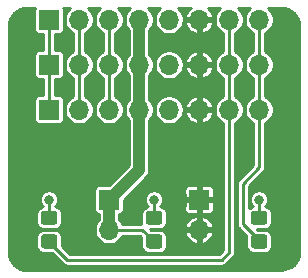
<source format=gbr>
%TF.GenerationSoftware,KiCad,Pcbnew,(5.1.9)-1*%
%TF.CreationDate,2021-05-15T15:00:21+01:00*%
%TF.ProjectId,Amiga A500 Keyboard Connector Breakout,416d6967-6120-4413-9530-30204b657962,rev?*%
%TF.SameCoordinates,Original*%
%TF.FileFunction,Copper,L2,Bot*%
%TF.FilePolarity,Positive*%
%FSLAX46Y46*%
G04 Gerber Fmt 4.6, Leading zero omitted, Abs format (unit mm)*
G04 Created by KiCad (PCBNEW (5.1.9)-1) date 2021-05-15 15:00:21*
%MOMM*%
%LPD*%
G01*
G04 APERTURE LIST*
%TA.AperFunction,ComponentPad*%
%ADD10O,1.700000X1.700000*%
%TD*%
%TA.AperFunction,ComponentPad*%
%ADD11R,1.700000X1.700000*%
%TD*%
%TA.AperFunction,ViaPad*%
%ADD12C,0.800000*%
%TD*%
%TA.AperFunction,Conductor*%
%ADD13C,0.250000*%
%TD*%
%TA.AperFunction,Conductor*%
%ADD14C,1.000000*%
%TD*%
%TA.AperFunction,Conductor*%
%ADD15C,0.254000*%
%TD*%
%TA.AperFunction,Conductor*%
%ADD16C,0.100000*%
%TD*%
G04 APERTURE END LIST*
%TO.P,R3,2*%
%TO.N,Net-(D3-Pad2)*%
%TA.AperFunction,SMDPad,CuDef*%
G36*
G01*
X149040001Y-98660000D02*
X148139999Y-98660000D01*
G75*
G02*
X147890000Y-98410001I0J249999D01*
G01*
X147890000Y-97709999D01*
G75*
G02*
X148139999Y-97460000I249999J0D01*
G01*
X149040001Y-97460000D01*
G75*
G02*
X149290000Y-97709999I0J-249999D01*
G01*
X149290000Y-98410001D01*
G75*
G02*
X149040001Y-98660000I-249999J0D01*
G01*
G37*
%TD.AperFunction*%
%TO.P,R3,1*%
%TO.N,+5V*%
%TA.AperFunction,SMDPad,CuDef*%
G36*
G01*
X149040001Y-100660000D02*
X148139999Y-100660000D01*
G75*
G02*
X147890000Y-100410001I0J249999D01*
G01*
X147890000Y-99709999D01*
G75*
G02*
X148139999Y-99460000I249999J0D01*
G01*
X149040001Y-99460000D01*
G75*
G02*
X149290000Y-99709999I0J-249999D01*
G01*
X149290000Y-100410001D01*
G75*
G02*
X149040001Y-100660000I-249999J0D01*
G01*
G37*
%TD.AperFunction*%
%TD*%
%TO.P,R1,2*%
%TO.N,Net-(D1-Pad2)*%
%TA.AperFunction,SMDPad,CuDef*%
G36*
G01*
X140150001Y-98660000D02*
X139249999Y-98660000D01*
G75*
G02*
X139000000Y-98410001I0J249999D01*
G01*
X139000000Y-97709999D01*
G75*
G02*
X139249999Y-97460000I249999J0D01*
G01*
X140150001Y-97460000D01*
G75*
G02*
X140400000Y-97709999I0J-249999D01*
G01*
X140400000Y-98410001D01*
G75*
G02*
X140150001Y-98660000I-249999J0D01*
G01*
G37*
%TD.AperFunction*%
%TO.P,R1,1*%
%TO.N,STATUS*%
%TA.AperFunction,SMDPad,CuDef*%
G36*
G01*
X140150001Y-100660000D02*
X139249999Y-100660000D01*
G75*
G02*
X139000000Y-100410001I0J249999D01*
G01*
X139000000Y-99709999D01*
G75*
G02*
X139249999Y-99460000I249999J0D01*
G01*
X140150001Y-99460000D01*
G75*
G02*
X140400000Y-99709999I0J-249999D01*
G01*
X140400000Y-100410001D01*
G75*
G02*
X140150001Y-100660000I-249999J0D01*
G01*
G37*
%TD.AperFunction*%
%TD*%
D10*
%TO.P,P2,2*%
%TO.N,GND*%
X152400000Y-99060000D03*
D11*
%TO.P,P2,1*%
X152400000Y-96520000D03*
%TD*%
D10*
%TO.P,P1,2*%
%TO.N,+5V*%
X144780000Y-99060000D03*
D11*
%TO.P,P1,1*%
X144780000Y-96520000D03*
%TD*%
%TO.P,R2,2*%
%TO.N,Net-(D2-Pad2)*%
%TA.AperFunction,SMDPad,CuDef*%
G36*
G01*
X157930001Y-98660000D02*
X157029999Y-98660000D01*
G75*
G02*
X156780000Y-98410001I0J249999D01*
G01*
X156780000Y-97709999D01*
G75*
G02*
X157029999Y-97460000I249999J0D01*
G01*
X157930001Y-97460000D01*
G75*
G02*
X158180000Y-97709999I0J-249999D01*
G01*
X158180000Y-98410001D01*
G75*
G02*
X157930001Y-98660000I-249999J0D01*
G01*
G37*
%TD.AperFunction*%
%TO.P,R2,1*%
%TO.N,INUSE*%
%TA.AperFunction,SMDPad,CuDef*%
G36*
G01*
X157930001Y-100660000D02*
X157029999Y-100660000D01*
G75*
G02*
X156780000Y-100410001I0J249999D01*
G01*
X156780000Y-99709999D01*
G75*
G02*
X157029999Y-99460000I249999J0D01*
G01*
X157930001Y-99460000D01*
G75*
G02*
X158180000Y-99709999I0J-249999D01*
G01*
X158180000Y-100410001D01*
G75*
G02*
X157930001Y-100660000I-249999J0D01*
G01*
G37*
%TD.AperFunction*%
%TD*%
D10*
%TO.P,J3,8*%
%TO.N,INUSE*%
X157480000Y-88900000D03*
%TO.P,J3,7*%
%TO.N,STATUS*%
X154940000Y-88900000D03*
%TO.P,J3,6*%
%TO.N,GND*%
X152400000Y-88900000D03*
%TO.P,J3,5*%
%TO.N,Net-(J3-Pad5)*%
X149860000Y-88900000D03*
%TO.P,J3,4*%
%TO.N,+5V*%
X147320000Y-88900000D03*
%TO.P,J3,3*%
%TO.N,_KBRESET*%
X144780000Y-88900000D03*
%TO.P,J3,2*%
%TO.N,_KBDATA*%
X142240000Y-88900000D03*
D11*
%TO.P,J3,1*%
%TO.N,_KBCLOCK*%
X139700000Y-88900000D03*
%TD*%
D10*
%TO.P,J2,8*%
%TO.N,INUSE*%
X157480000Y-85090000D03*
%TO.P,J2,7*%
%TO.N,STATUS*%
X154940000Y-85090000D03*
%TO.P,J2,6*%
%TO.N,GND*%
X152400000Y-85090000D03*
%TO.P,J2,5*%
%TO.N,Net-(J2-Pad5)*%
X149860000Y-85090000D03*
%TO.P,J2,4*%
%TO.N,+5V*%
X147320000Y-85090000D03*
%TO.P,J2,3*%
%TO.N,_KBRESET*%
X144780000Y-85090000D03*
%TO.P,J2,2*%
%TO.N,_KBDATA*%
X142240000Y-85090000D03*
D11*
%TO.P,J2,1*%
%TO.N,_KBCLOCK*%
X139700000Y-85090000D03*
%TD*%
D10*
%TO.P,J1,8*%
%TO.N,INUSE*%
X157480000Y-81280000D03*
%TO.P,J1,7*%
%TO.N,STATUS*%
X154940000Y-81280000D03*
%TO.P,J1,6*%
%TO.N,GND*%
X152400000Y-81280000D03*
%TO.P,J1,5*%
%TO.N,Net-(J1-Pad5)*%
X149860000Y-81280000D03*
%TO.P,J1,4*%
%TO.N,+5V*%
X147320000Y-81280000D03*
%TO.P,J1,3*%
%TO.N,_KBRESET*%
X144780000Y-81280000D03*
%TO.P,J1,2*%
%TO.N,_KBDATA*%
X142240000Y-81280000D03*
D11*
%TO.P,J1,1*%
%TO.N,_KBCLOCK*%
X139700000Y-81280000D03*
%TD*%
D12*
%TO.N,Net-(D1-Pad2)*%
X139700000Y-96520000D03*
%TO.N,Net-(D2-Pad2)*%
X157480000Y-96520000D03*
%TO.N,Net-(D3-Pad2)*%
X148590000Y-96520006D03*
%TD*%
D13*
%TO.N,INUSE*%
X157480000Y-86360000D02*
X157480000Y-88900000D01*
X157480000Y-82042000D02*
X157480000Y-86360000D01*
X156083000Y-98552000D02*
X157480000Y-99949000D01*
X156083000Y-95175595D02*
X156083000Y-98552000D01*
X157480000Y-93778595D02*
X156083000Y-95175595D01*
X157480000Y-88900000D02*
X157480000Y-93778595D01*
%TO.N,STATUS*%
X154940000Y-86360000D02*
X154940000Y-88900000D01*
X154940000Y-82042000D02*
X154940000Y-86360000D01*
X141224000Y-101600000D02*
X139700000Y-100076000D01*
X154305000Y-101600000D02*
X141224000Y-101600000D01*
X154940000Y-100965000D02*
X154305000Y-101600000D01*
X154940000Y-88900000D02*
X154940000Y-100965000D01*
D14*
%TO.N,+5V*%
X147320000Y-86360000D02*
X147320000Y-88900000D01*
X147320000Y-82042000D02*
X147320000Y-86360000D01*
X147320000Y-89789000D02*
X147320000Y-88900000D01*
X147320000Y-93980000D02*
X147320000Y-89789000D01*
X144780000Y-96520000D02*
X147320000Y-93980000D01*
X144780000Y-99060000D02*
X144780000Y-96520000D01*
D13*
X147590000Y-99060000D02*
X148590000Y-100060000D01*
X144780000Y-99060000D02*
X147590000Y-99060000D01*
%TO.N,_KBRESET*%
X144780000Y-86360000D02*
X144780000Y-88900000D01*
X144780000Y-82042000D02*
X144780000Y-86360000D01*
%TO.N,_KBDATA*%
X142240000Y-86360000D02*
X142240000Y-88900000D01*
X142240000Y-82042000D02*
X142240000Y-86360000D01*
%TO.N,_KBCLOCK*%
X139700000Y-86360000D02*
X139700000Y-88900000D01*
X139700000Y-82042000D02*
X139700000Y-86360000D01*
%TO.N,Net-(D1-Pad2)*%
X139700000Y-98035000D02*
X139700000Y-96520000D01*
%TO.N,Net-(D2-Pad2)*%
X157480000Y-98035000D02*
X157480000Y-96520000D01*
%TO.N,Net-(D3-Pad2)*%
X148590000Y-98060000D02*
X148590000Y-96520006D01*
%TD*%
D15*
%TO.N,GND*%
X138474513Y-80355311D02*
X138467157Y-80430000D01*
X138467157Y-82130000D01*
X138474513Y-82204689D01*
X138496299Y-82276508D01*
X138531678Y-82342696D01*
X138579289Y-82400711D01*
X138637304Y-82448322D01*
X138703492Y-82483701D01*
X138775311Y-82505487D01*
X138850000Y-82512843D01*
X139194000Y-82512843D01*
X139194000Y-83857157D01*
X138850000Y-83857157D01*
X138775311Y-83864513D01*
X138703492Y-83886299D01*
X138637304Y-83921678D01*
X138579289Y-83969289D01*
X138531678Y-84027304D01*
X138496299Y-84093492D01*
X138474513Y-84165311D01*
X138467157Y-84240000D01*
X138467157Y-85940000D01*
X138474513Y-86014689D01*
X138496299Y-86086508D01*
X138531678Y-86152696D01*
X138579289Y-86210711D01*
X138637304Y-86258322D01*
X138703492Y-86293701D01*
X138775311Y-86315487D01*
X138850000Y-86322843D01*
X139194001Y-86322843D01*
X139194001Y-86335137D01*
X139194000Y-86335147D01*
X139194001Y-87667157D01*
X138850000Y-87667157D01*
X138775311Y-87674513D01*
X138703492Y-87696299D01*
X138637304Y-87731678D01*
X138579289Y-87779289D01*
X138531678Y-87837304D01*
X138496299Y-87903492D01*
X138474513Y-87975311D01*
X138467157Y-88050000D01*
X138467157Y-89750000D01*
X138474513Y-89824689D01*
X138496299Y-89896508D01*
X138531678Y-89962696D01*
X138579289Y-90020711D01*
X138637304Y-90068322D01*
X138703492Y-90103701D01*
X138775311Y-90125487D01*
X138850000Y-90132843D01*
X140550000Y-90132843D01*
X140624689Y-90125487D01*
X140696508Y-90103701D01*
X140762696Y-90068322D01*
X140820711Y-90020711D01*
X140868322Y-89962696D01*
X140903701Y-89896508D01*
X140925487Y-89824689D01*
X140932843Y-89750000D01*
X140932843Y-88050000D01*
X140925487Y-87975311D01*
X140903701Y-87903492D01*
X140868322Y-87837304D01*
X140820711Y-87779289D01*
X140762696Y-87731678D01*
X140696508Y-87696299D01*
X140624689Y-87674513D01*
X140550000Y-87667157D01*
X140206000Y-87667157D01*
X140206000Y-86322843D01*
X140550000Y-86322843D01*
X140624689Y-86315487D01*
X140696508Y-86293701D01*
X140762696Y-86258322D01*
X140820711Y-86210711D01*
X140868322Y-86152696D01*
X140903701Y-86086508D01*
X140925487Y-86014689D01*
X140932843Y-85940000D01*
X140932843Y-84240000D01*
X140925487Y-84165311D01*
X140903701Y-84093492D01*
X140868322Y-84027304D01*
X140820711Y-83969289D01*
X140762696Y-83921678D01*
X140696508Y-83886299D01*
X140624689Y-83864513D01*
X140550000Y-83857157D01*
X140206000Y-83857157D01*
X140206000Y-82512843D01*
X140550000Y-82512843D01*
X140624689Y-82505487D01*
X140696508Y-82483701D01*
X140762696Y-82448322D01*
X140820711Y-82400711D01*
X140868322Y-82342696D01*
X140903701Y-82276508D01*
X140925487Y-82204689D01*
X140932843Y-82130000D01*
X140932843Y-80430000D01*
X140925487Y-80355311D01*
X140905372Y-80289000D01*
X141507395Y-80289000D01*
X141455283Y-80323820D01*
X141283820Y-80495283D01*
X141149102Y-80696903D01*
X141056307Y-80920931D01*
X141009000Y-81158757D01*
X141009000Y-81401243D01*
X141056307Y-81639069D01*
X141149102Y-81863097D01*
X141283820Y-82064717D01*
X141455283Y-82236180D01*
X141656903Y-82370898D01*
X141734000Y-82402833D01*
X141734000Y-83967167D01*
X141656903Y-83999102D01*
X141455283Y-84133820D01*
X141283820Y-84305283D01*
X141149102Y-84506903D01*
X141056307Y-84730931D01*
X141009000Y-84968757D01*
X141009000Y-85211243D01*
X141056307Y-85449069D01*
X141149102Y-85673097D01*
X141283820Y-85874717D01*
X141455283Y-86046180D01*
X141656903Y-86180898D01*
X141734001Y-86212833D01*
X141734001Y-86335137D01*
X141734000Y-86335147D01*
X141734001Y-87777167D01*
X141656903Y-87809102D01*
X141455283Y-87943820D01*
X141283820Y-88115283D01*
X141149102Y-88316903D01*
X141056307Y-88540931D01*
X141009000Y-88778757D01*
X141009000Y-89021243D01*
X141056307Y-89259069D01*
X141149102Y-89483097D01*
X141283820Y-89684717D01*
X141455283Y-89856180D01*
X141656903Y-89990898D01*
X141880931Y-90083693D01*
X142118757Y-90131000D01*
X142361243Y-90131000D01*
X142599069Y-90083693D01*
X142823097Y-89990898D01*
X143024717Y-89856180D01*
X143196180Y-89684717D01*
X143330898Y-89483097D01*
X143423693Y-89259069D01*
X143471000Y-89021243D01*
X143471000Y-88778757D01*
X143423693Y-88540931D01*
X143330898Y-88316903D01*
X143196180Y-88115283D01*
X143024717Y-87943820D01*
X142823097Y-87809102D01*
X142746000Y-87777168D01*
X142746000Y-86212832D01*
X142823097Y-86180898D01*
X143024717Y-86046180D01*
X143196180Y-85874717D01*
X143330898Y-85673097D01*
X143423693Y-85449069D01*
X143471000Y-85211243D01*
X143471000Y-84968757D01*
X143423693Y-84730931D01*
X143330898Y-84506903D01*
X143196180Y-84305283D01*
X143024717Y-84133820D01*
X142823097Y-83999102D01*
X142746000Y-83967168D01*
X142746000Y-82402832D01*
X142823097Y-82370898D01*
X143024717Y-82236180D01*
X143196180Y-82064717D01*
X143330898Y-81863097D01*
X143423693Y-81639069D01*
X143471000Y-81401243D01*
X143471000Y-81158757D01*
X143423693Y-80920931D01*
X143330898Y-80696903D01*
X143196180Y-80495283D01*
X143024717Y-80323820D01*
X142972605Y-80289000D01*
X144047395Y-80289000D01*
X143995283Y-80323820D01*
X143823820Y-80495283D01*
X143689102Y-80696903D01*
X143596307Y-80920931D01*
X143549000Y-81158757D01*
X143549000Y-81401243D01*
X143596307Y-81639069D01*
X143689102Y-81863097D01*
X143823820Y-82064717D01*
X143995283Y-82236180D01*
X144196903Y-82370898D01*
X144274000Y-82402833D01*
X144274000Y-83967167D01*
X144196903Y-83999102D01*
X143995283Y-84133820D01*
X143823820Y-84305283D01*
X143689102Y-84506903D01*
X143596307Y-84730931D01*
X143549000Y-84968757D01*
X143549000Y-85211243D01*
X143596307Y-85449069D01*
X143689102Y-85673097D01*
X143823820Y-85874717D01*
X143995283Y-86046180D01*
X144196903Y-86180898D01*
X144274001Y-86212833D01*
X144274001Y-86335137D01*
X144274000Y-86335147D01*
X144274001Y-87777167D01*
X144196903Y-87809102D01*
X143995283Y-87943820D01*
X143823820Y-88115283D01*
X143689102Y-88316903D01*
X143596307Y-88540931D01*
X143549000Y-88778757D01*
X143549000Y-89021243D01*
X143596307Y-89259069D01*
X143689102Y-89483097D01*
X143823820Y-89684717D01*
X143995283Y-89856180D01*
X144196903Y-89990898D01*
X144420931Y-90083693D01*
X144658757Y-90131000D01*
X144901243Y-90131000D01*
X145139069Y-90083693D01*
X145363097Y-89990898D01*
X145564717Y-89856180D01*
X145736180Y-89684717D01*
X145870898Y-89483097D01*
X145963693Y-89259069D01*
X146011000Y-89021243D01*
X146011000Y-88778757D01*
X145963693Y-88540931D01*
X145870898Y-88316903D01*
X145736180Y-88115283D01*
X145564717Y-87943820D01*
X145363097Y-87809102D01*
X145286000Y-87777168D01*
X145286000Y-86212832D01*
X145363097Y-86180898D01*
X145564717Y-86046180D01*
X145736180Y-85874717D01*
X145870898Y-85673097D01*
X145963693Y-85449069D01*
X146011000Y-85211243D01*
X146011000Y-84968757D01*
X145963693Y-84730931D01*
X145870898Y-84506903D01*
X145736180Y-84305283D01*
X145564717Y-84133820D01*
X145363097Y-83999102D01*
X145286000Y-83967168D01*
X145286000Y-82402832D01*
X145363097Y-82370898D01*
X145564717Y-82236180D01*
X145736180Y-82064717D01*
X145870898Y-81863097D01*
X145963693Y-81639069D01*
X146011000Y-81401243D01*
X146011000Y-81158757D01*
X145963693Y-80920931D01*
X145870898Y-80696903D01*
X145736180Y-80495283D01*
X145564717Y-80323820D01*
X145512605Y-80289000D01*
X146587395Y-80289000D01*
X146535283Y-80323820D01*
X146363820Y-80495283D01*
X146229102Y-80696903D01*
X146136307Y-80920931D01*
X146089000Y-81158757D01*
X146089000Y-81401243D01*
X146136307Y-81639069D01*
X146229102Y-81863097D01*
X146363820Y-82064717D01*
X146439000Y-82139897D01*
X146439001Y-84230102D01*
X146363820Y-84305283D01*
X146229102Y-84506903D01*
X146136307Y-84730931D01*
X146089000Y-84968757D01*
X146089000Y-85211243D01*
X146136307Y-85449069D01*
X146229102Y-85673097D01*
X146363820Y-85874717D01*
X146439001Y-85949898D01*
X146439001Y-86316718D01*
X146439000Y-86316728D01*
X146439001Y-88040102D01*
X146363820Y-88115283D01*
X146229102Y-88316903D01*
X146136307Y-88540931D01*
X146089000Y-88778757D01*
X146089000Y-89021243D01*
X146136307Y-89259069D01*
X146229102Y-89483097D01*
X146363820Y-89684717D01*
X146439000Y-89759897D01*
X146439000Y-89832272D01*
X146439001Y-89832282D01*
X146439000Y-93615078D01*
X144766922Y-95287157D01*
X143930000Y-95287157D01*
X143855311Y-95294513D01*
X143783492Y-95316299D01*
X143717304Y-95351678D01*
X143659289Y-95399289D01*
X143611678Y-95457304D01*
X143576299Y-95523492D01*
X143554513Y-95595311D01*
X143547157Y-95670000D01*
X143547157Y-97370000D01*
X143554513Y-97444689D01*
X143576299Y-97516508D01*
X143611678Y-97582696D01*
X143659289Y-97640711D01*
X143717304Y-97688322D01*
X143783492Y-97723701D01*
X143855311Y-97745487D01*
X143899001Y-97749790D01*
X143899000Y-98200103D01*
X143823820Y-98275283D01*
X143689102Y-98476903D01*
X143596307Y-98700931D01*
X143549000Y-98938757D01*
X143549000Y-99181243D01*
X143596307Y-99419069D01*
X143689102Y-99643097D01*
X143823820Y-99844717D01*
X143995283Y-100016180D01*
X144196903Y-100150898D01*
X144420931Y-100243693D01*
X144658757Y-100291000D01*
X144901243Y-100291000D01*
X145139069Y-100243693D01*
X145363097Y-100150898D01*
X145564717Y-100016180D01*
X145736180Y-99844717D01*
X145870898Y-99643097D01*
X145902832Y-99566000D01*
X147380409Y-99566000D01*
X147508704Y-99694295D01*
X147507157Y-99709999D01*
X147507157Y-100410001D01*
X147519317Y-100533462D01*
X147555329Y-100652179D01*
X147613810Y-100761589D01*
X147692512Y-100857488D01*
X147788411Y-100936190D01*
X147897821Y-100994671D01*
X148016538Y-101030683D01*
X148139999Y-101042843D01*
X149040001Y-101042843D01*
X149163462Y-101030683D01*
X149282179Y-100994671D01*
X149391589Y-100936190D01*
X149487488Y-100857488D01*
X149566190Y-100761589D01*
X149624671Y-100652179D01*
X149660683Y-100533462D01*
X149672843Y-100410001D01*
X149672843Y-99709999D01*
X149660683Y-99586538D01*
X149624671Y-99467821D01*
X149576116Y-99376980D01*
X151210511Y-99376980D01*
X151234866Y-99457288D01*
X151334761Y-99676961D01*
X151475592Y-99872924D01*
X151651948Y-100037647D01*
X151857051Y-100164799D01*
X152083019Y-100249495D01*
X152273000Y-100189187D01*
X152273000Y-99187000D01*
X152527000Y-99187000D01*
X152527000Y-100189187D01*
X152716981Y-100249495D01*
X152942949Y-100164799D01*
X153148052Y-100037647D01*
X153324408Y-99872924D01*
X153465239Y-99676961D01*
X153565134Y-99457288D01*
X153589489Y-99376980D01*
X153528627Y-99187000D01*
X152527000Y-99187000D01*
X152273000Y-99187000D01*
X151271373Y-99187000D01*
X151210511Y-99376980D01*
X149576116Y-99376980D01*
X149566190Y-99358411D01*
X149487488Y-99262512D01*
X149391589Y-99183810D01*
X149282179Y-99125329D01*
X149163462Y-99089317D01*
X149040001Y-99077157D01*
X148322748Y-99077157D01*
X148288434Y-99042843D01*
X149040001Y-99042843D01*
X149163462Y-99030683D01*
X149282179Y-98994671D01*
X149391589Y-98936190D01*
X149487488Y-98857488D01*
X149566190Y-98761589D01*
X149576115Y-98743020D01*
X151210511Y-98743020D01*
X151271373Y-98933000D01*
X152273000Y-98933000D01*
X152273000Y-97930813D01*
X152527000Y-97930813D01*
X152527000Y-98933000D01*
X153528627Y-98933000D01*
X153589489Y-98743020D01*
X153565134Y-98662712D01*
X153465239Y-98443039D01*
X153324408Y-98247076D01*
X153148052Y-98082353D01*
X152942949Y-97955201D01*
X152716981Y-97870505D01*
X152527000Y-97930813D01*
X152273000Y-97930813D01*
X152083019Y-97870505D01*
X151857051Y-97955201D01*
X151651948Y-98082353D01*
X151475592Y-98247076D01*
X151334761Y-98443039D01*
X151234866Y-98662712D01*
X151210511Y-98743020D01*
X149576115Y-98743020D01*
X149624671Y-98652179D01*
X149660683Y-98533462D01*
X149672843Y-98410001D01*
X149672843Y-97709999D01*
X149660683Y-97586538D01*
X149624671Y-97467821D01*
X149572385Y-97370000D01*
X151167157Y-97370000D01*
X151174513Y-97444689D01*
X151196299Y-97516508D01*
X151231678Y-97582696D01*
X151279289Y-97640711D01*
X151337304Y-97688322D01*
X151403492Y-97723701D01*
X151475311Y-97745487D01*
X151550000Y-97752843D01*
X152177750Y-97751000D01*
X152273000Y-97655750D01*
X152273000Y-96647000D01*
X152527000Y-96647000D01*
X152527000Y-97655750D01*
X152622250Y-97751000D01*
X153250000Y-97752843D01*
X153324689Y-97745487D01*
X153396508Y-97723701D01*
X153462696Y-97688322D01*
X153520711Y-97640711D01*
X153568322Y-97582696D01*
X153603701Y-97516508D01*
X153625487Y-97444689D01*
X153632843Y-97370000D01*
X153631000Y-96742250D01*
X153535750Y-96647000D01*
X152527000Y-96647000D01*
X152273000Y-96647000D01*
X151264250Y-96647000D01*
X151169000Y-96742250D01*
X151167157Y-97370000D01*
X149572385Y-97370000D01*
X149566190Y-97358411D01*
X149487488Y-97262512D01*
X149391589Y-97183810D01*
X149282179Y-97125329D01*
X149163462Y-97089317D01*
X149128622Y-97085885D01*
X149196642Y-97017865D01*
X149282113Y-96889948D01*
X149340987Y-96747815D01*
X149371000Y-96596928D01*
X149371000Y-96443084D01*
X149340987Y-96292197D01*
X149282113Y-96150064D01*
X149196642Y-96022147D01*
X149087859Y-95913364D01*
X148959942Y-95827893D01*
X148817809Y-95769019D01*
X148666922Y-95739006D01*
X148513078Y-95739006D01*
X148362191Y-95769019D01*
X148220058Y-95827893D01*
X148092141Y-95913364D01*
X147983358Y-96022147D01*
X147897887Y-96150064D01*
X147839013Y-96292197D01*
X147809000Y-96443084D01*
X147809000Y-96596928D01*
X147839013Y-96747815D01*
X147897887Y-96889948D01*
X147983358Y-97017865D01*
X148051378Y-97085885D01*
X148016538Y-97089317D01*
X147897821Y-97125329D01*
X147788411Y-97183810D01*
X147692512Y-97262512D01*
X147613810Y-97358411D01*
X147555329Y-97467821D01*
X147519317Y-97586538D01*
X147507157Y-97709999D01*
X147507157Y-98410001D01*
X147519317Y-98533462D01*
X147525547Y-98554000D01*
X145902832Y-98554000D01*
X145870898Y-98476903D01*
X145736180Y-98275283D01*
X145661000Y-98200103D01*
X145661000Y-97749790D01*
X145704689Y-97745487D01*
X145776508Y-97723701D01*
X145842696Y-97688322D01*
X145900711Y-97640711D01*
X145948322Y-97582696D01*
X145983701Y-97516508D01*
X146005487Y-97444689D01*
X146012843Y-97370000D01*
X146012843Y-96533078D01*
X146875921Y-95670000D01*
X151167157Y-95670000D01*
X151169000Y-96297750D01*
X151264250Y-96393000D01*
X152273000Y-96393000D01*
X152273000Y-95384250D01*
X152527000Y-95384250D01*
X152527000Y-96393000D01*
X153535750Y-96393000D01*
X153631000Y-96297750D01*
X153632843Y-95670000D01*
X153625487Y-95595311D01*
X153603701Y-95523492D01*
X153568322Y-95457304D01*
X153520711Y-95399289D01*
X153462696Y-95351678D01*
X153396508Y-95316299D01*
X153324689Y-95294513D01*
X153250000Y-95287157D01*
X152622250Y-95289000D01*
X152527000Y-95384250D01*
X152273000Y-95384250D01*
X152177750Y-95289000D01*
X151550000Y-95287157D01*
X151475311Y-95294513D01*
X151403492Y-95316299D01*
X151337304Y-95351678D01*
X151279289Y-95399289D01*
X151231678Y-95457304D01*
X151196299Y-95523492D01*
X151174513Y-95595311D01*
X151167157Y-95670000D01*
X146875921Y-95670000D01*
X147912362Y-94633560D01*
X147945975Y-94605975D01*
X148000137Y-94539978D01*
X148056068Y-94471826D01*
X148137874Y-94318776D01*
X148137875Y-94318775D01*
X148188252Y-94152706D01*
X148201000Y-94023273D01*
X148201000Y-94023271D01*
X148205262Y-93980001D01*
X148201000Y-93936731D01*
X148201000Y-89759897D01*
X148276180Y-89684717D01*
X148410898Y-89483097D01*
X148503693Y-89259069D01*
X148551000Y-89021243D01*
X148551000Y-88778757D01*
X148629000Y-88778757D01*
X148629000Y-89021243D01*
X148676307Y-89259069D01*
X148769102Y-89483097D01*
X148903820Y-89684717D01*
X149075283Y-89856180D01*
X149276903Y-89990898D01*
X149500931Y-90083693D01*
X149738757Y-90131000D01*
X149981243Y-90131000D01*
X150219069Y-90083693D01*
X150443097Y-89990898D01*
X150644717Y-89856180D01*
X150816180Y-89684717D01*
X150950898Y-89483097D01*
X151043693Y-89259069D01*
X151052064Y-89216981D01*
X151210505Y-89216981D01*
X151295201Y-89442949D01*
X151422353Y-89648052D01*
X151587076Y-89824408D01*
X151783039Y-89965239D01*
X152002712Y-90065134D01*
X152083020Y-90089489D01*
X152273000Y-90028627D01*
X152273000Y-89027000D01*
X152527000Y-89027000D01*
X152527000Y-90028627D01*
X152716980Y-90089489D01*
X152797288Y-90065134D01*
X153016961Y-89965239D01*
X153212924Y-89824408D01*
X153377647Y-89648052D01*
X153504799Y-89442949D01*
X153589495Y-89216981D01*
X153529187Y-89027000D01*
X152527000Y-89027000D01*
X152273000Y-89027000D01*
X151270813Y-89027000D01*
X151210505Y-89216981D01*
X151052064Y-89216981D01*
X151091000Y-89021243D01*
X151091000Y-88778757D01*
X151052065Y-88583019D01*
X151210505Y-88583019D01*
X151270813Y-88773000D01*
X152273000Y-88773000D01*
X152273000Y-87771373D01*
X152527000Y-87771373D01*
X152527000Y-88773000D01*
X153529187Y-88773000D01*
X153589495Y-88583019D01*
X153504799Y-88357051D01*
X153377647Y-88151948D01*
X153212924Y-87975592D01*
X153016961Y-87834761D01*
X152797288Y-87734866D01*
X152716980Y-87710511D01*
X152527000Y-87771373D01*
X152273000Y-87771373D01*
X152083020Y-87710511D01*
X152002712Y-87734866D01*
X151783039Y-87834761D01*
X151587076Y-87975592D01*
X151422353Y-88151948D01*
X151295201Y-88357051D01*
X151210505Y-88583019D01*
X151052065Y-88583019D01*
X151043693Y-88540931D01*
X150950898Y-88316903D01*
X150816180Y-88115283D01*
X150644717Y-87943820D01*
X150443097Y-87809102D01*
X150219069Y-87716307D01*
X149981243Y-87669000D01*
X149738757Y-87669000D01*
X149500931Y-87716307D01*
X149276903Y-87809102D01*
X149075283Y-87943820D01*
X148903820Y-88115283D01*
X148769102Y-88316903D01*
X148676307Y-88540931D01*
X148629000Y-88778757D01*
X148551000Y-88778757D01*
X148503693Y-88540931D01*
X148410898Y-88316903D01*
X148276180Y-88115283D01*
X148201000Y-88040103D01*
X148201000Y-85949897D01*
X148276180Y-85874717D01*
X148410898Y-85673097D01*
X148503693Y-85449069D01*
X148551000Y-85211243D01*
X148551000Y-84968757D01*
X148629000Y-84968757D01*
X148629000Y-85211243D01*
X148676307Y-85449069D01*
X148769102Y-85673097D01*
X148903820Y-85874717D01*
X149075283Y-86046180D01*
X149276903Y-86180898D01*
X149500931Y-86273693D01*
X149738757Y-86321000D01*
X149981243Y-86321000D01*
X150219069Y-86273693D01*
X150443097Y-86180898D01*
X150644717Y-86046180D01*
X150816180Y-85874717D01*
X150950898Y-85673097D01*
X151043693Y-85449069D01*
X151052064Y-85406981D01*
X151210505Y-85406981D01*
X151295201Y-85632949D01*
X151422353Y-85838052D01*
X151587076Y-86014408D01*
X151783039Y-86155239D01*
X152002712Y-86255134D01*
X152083020Y-86279489D01*
X152273000Y-86218627D01*
X152273000Y-85217000D01*
X152527000Y-85217000D01*
X152527000Y-86218627D01*
X152716980Y-86279489D01*
X152797288Y-86255134D01*
X153016961Y-86155239D01*
X153212924Y-86014408D01*
X153377647Y-85838052D01*
X153504799Y-85632949D01*
X153589495Y-85406981D01*
X153529187Y-85217000D01*
X152527000Y-85217000D01*
X152273000Y-85217000D01*
X151270813Y-85217000D01*
X151210505Y-85406981D01*
X151052064Y-85406981D01*
X151091000Y-85211243D01*
X151091000Y-84968757D01*
X151052065Y-84773019D01*
X151210505Y-84773019D01*
X151270813Y-84963000D01*
X152273000Y-84963000D01*
X152273000Y-83961373D01*
X152527000Y-83961373D01*
X152527000Y-84963000D01*
X153529187Y-84963000D01*
X153589495Y-84773019D01*
X153504799Y-84547051D01*
X153377647Y-84341948D01*
X153212924Y-84165592D01*
X153016961Y-84024761D01*
X152797288Y-83924866D01*
X152716980Y-83900511D01*
X152527000Y-83961373D01*
X152273000Y-83961373D01*
X152083020Y-83900511D01*
X152002712Y-83924866D01*
X151783039Y-84024761D01*
X151587076Y-84165592D01*
X151422353Y-84341948D01*
X151295201Y-84547051D01*
X151210505Y-84773019D01*
X151052065Y-84773019D01*
X151043693Y-84730931D01*
X150950898Y-84506903D01*
X150816180Y-84305283D01*
X150644717Y-84133820D01*
X150443097Y-83999102D01*
X150219069Y-83906307D01*
X149981243Y-83859000D01*
X149738757Y-83859000D01*
X149500931Y-83906307D01*
X149276903Y-83999102D01*
X149075283Y-84133820D01*
X148903820Y-84305283D01*
X148769102Y-84506903D01*
X148676307Y-84730931D01*
X148629000Y-84968757D01*
X148551000Y-84968757D01*
X148503693Y-84730931D01*
X148410898Y-84506903D01*
X148276180Y-84305283D01*
X148201000Y-84230103D01*
X148201000Y-82139897D01*
X148276180Y-82064717D01*
X148410898Y-81863097D01*
X148503693Y-81639069D01*
X148551000Y-81401243D01*
X148551000Y-81158757D01*
X148503693Y-80920931D01*
X148410898Y-80696903D01*
X148276180Y-80495283D01*
X148104717Y-80323820D01*
X148052605Y-80289000D01*
X149127395Y-80289000D01*
X149075283Y-80323820D01*
X148903820Y-80495283D01*
X148769102Y-80696903D01*
X148676307Y-80920931D01*
X148629000Y-81158757D01*
X148629000Y-81401243D01*
X148676307Y-81639069D01*
X148769102Y-81863097D01*
X148903820Y-82064717D01*
X149075283Y-82236180D01*
X149276903Y-82370898D01*
X149500931Y-82463693D01*
X149738757Y-82511000D01*
X149981243Y-82511000D01*
X150219069Y-82463693D01*
X150443097Y-82370898D01*
X150644717Y-82236180D01*
X150816180Y-82064717D01*
X150950898Y-81863097D01*
X151043693Y-81639069D01*
X151052064Y-81596981D01*
X151210505Y-81596981D01*
X151295201Y-81822949D01*
X151422353Y-82028052D01*
X151587076Y-82204408D01*
X151783039Y-82345239D01*
X152002712Y-82445134D01*
X152083020Y-82469489D01*
X152273000Y-82408627D01*
X152273000Y-81407000D01*
X152527000Y-81407000D01*
X152527000Y-82408627D01*
X152716980Y-82469489D01*
X152797288Y-82445134D01*
X153016961Y-82345239D01*
X153212924Y-82204408D01*
X153377647Y-82028052D01*
X153504799Y-81822949D01*
X153589495Y-81596981D01*
X153529187Y-81407000D01*
X152527000Y-81407000D01*
X152273000Y-81407000D01*
X151270813Y-81407000D01*
X151210505Y-81596981D01*
X151052064Y-81596981D01*
X151091000Y-81401243D01*
X151091000Y-81158757D01*
X151043693Y-80920931D01*
X150950898Y-80696903D01*
X150816180Y-80495283D01*
X150644717Y-80323820D01*
X150592605Y-80289000D01*
X151679737Y-80289000D01*
X151587076Y-80355592D01*
X151422353Y-80531948D01*
X151295201Y-80737051D01*
X151210505Y-80963019D01*
X151270813Y-81153000D01*
X152273000Y-81153000D01*
X152273000Y-81133000D01*
X152527000Y-81133000D01*
X152527000Y-81153000D01*
X153529187Y-81153000D01*
X153589495Y-80963019D01*
X153504799Y-80737051D01*
X153377647Y-80531948D01*
X153212924Y-80355592D01*
X153120263Y-80289000D01*
X154207395Y-80289000D01*
X154155283Y-80323820D01*
X153983820Y-80495283D01*
X153849102Y-80696903D01*
X153756307Y-80920931D01*
X153709000Y-81158757D01*
X153709000Y-81401243D01*
X153756307Y-81639069D01*
X153849102Y-81863097D01*
X153983820Y-82064717D01*
X154155283Y-82236180D01*
X154356903Y-82370898D01*
X154434000Y-82402833D01*
X154434000Y-83967167D01*
X154356903Y-83999102D01*
X154155283Y-84133820D01*
X153983820Y-84305283D01*
X153849102Y-84506903D01*
X153756307Y-84730931D01*
X153709000Y-84968757D01*
X153709000Y-85211243D01*
X153756307Y-85449069D01*
X153849102Y-85673097D01*
X153983820Y-85874717D01*
X154155283Y-86046180D01*
X154356903Y-86180898D01*
X154434001Y-86212833D01*
X154434001Y-86335137D01*
X154434000Y-86335147D01*
X154434001Y-87777167D01*
X154356903Y-87809102D01*
X154155283Y-87943820D01*
X153983820Y-88115283D01*
X153849102Y-88316903D01*
X153756307Y-88540931D01*
X153709000Y-88778757D01*
X153709000Y-89021243D01*
X153756307Y-89259069D01*
X153849102Y-89483097D01*
X153983820Y-89684717D01*
X154155283Y-89856180D01*
X154356903Y-89990898D01*
X154434000Y-90022833D01*
X154434001Y-100755407D01*
X154095409Y-101094000D01*
X141433592Y-101094000D01*
X140779862Y-100440270D01*
X140782843Y-100410001D01*
X140782843Y-99709999D01*
X140770683Y-99586538D01*
X140734671Y-99467821D01*
X140676190Y-99358411D01*
X140597488Y-99262512D01*
X140501589Y-99183810D01*
X140392179Y-99125329D01*
X140273462Y-99089317D01*
X140150001Y-99077157D01*
X139249999Y-99077157D01*
X139126538Y-99089317D01*
X139007821Y-99125329D01*
X138898411Y-99183810D01*
X138802512Y-99262512D01*
X138723810Y-99358411D01*
X138665329Y-99467821D01*
X138629317Y-99586538D01*
X138617157Y-99709999D01*
X138617157Y-100410001D01*
X138629317Y-100533462D01*
X138665329Y-100652179D01*
X138723810Y-100761589D01*
X138802512Y-100857488D01*
X138898411Y-100936190D01*
X139007821Y-100994671D01*
X139126538Y-101030683D01*
X139249999Y-101042843D01*
X139951252Y-101042843D01*
X140848628Y-101940220D01*
X140864473Y-101959527D01*
X140941521Y-102022759D01*
X141029425Y-102069745D01*
X141102423Y-102091888D01*
X141124806Y-102098678D01*
X141134694Y-102099652D01*
X141199146Y-102106000D01*
X141199153Y-102106000D01*
X141223999Y-102108447D01*
X141248845Y-102106000D01*
X154280154Y-102106000D01*
X154305000Y-102108447D01*
X154329846Y-102106000D01*
X154329854Y-102106000D01*
X154404193Y-102098678D01*
X154499575Y-102069745D01*
X154587479Y-102022759D01*
X154664527Y-101959527D01*
X154680376Y-101940215D01*
X155280220Y-101340372D01*
X155299527Y-101324527D01*
X155362759Y-101247479D01*
X155409745Y-101159575D01*
X155438678Y-101064193D01*
X155446000Y-100989854D01*
X155448448Y-100965000D01*
X155446000Y-100940146D01*
X155446000Y-90022832D01*
X155523097Y-89990898D01*
X155724717Y-89856180D01*
X155896180Y-89684717D01*
X156030898Y-89483097D01*
X156123693Y-89259069D01*
X156171000Y-89021243D01*
X156171000Y-88778757D01*
X156123693Y-88540931D01*
X156030898Y-88316903D01*
X155896180Y-88115283D01*
X155724717Y-87943820D01*
X155523097Y-87809102D01*
X155446000Y-87777168D01*
X155446000Y-86212832D01*
X155523097Y-86180898D01*
X155724717Y-86046180D01*
X155896180Y-85874717D01*
X156030898Y-85673097D01*
X156123693Y-85449069D01*
X156171000Y-85211243D01*
X156171000Y-84968757D01*
X156123693Y-84730931D01*
X156030898Y-84506903D01*
X155896180Y-84305283D01*
X155724717Y-84133820D01*
X155523097Y-83999102D01*
X155446000Y-83967168D01*
X155446000Y-82402832D01*
X155523097Y-82370898D01*
X155724717Y-82236180D01*
X155896180Y-82064717D01*
X156030898Y-81863097D01*
X156123693Y-81639069D01*
X156171000Y-81401243D01*
X156171000Y-81158757D01*
X156123693Y-80920931D01*
X156030898Y-80696903D01*
X155896180Y-80495283D01*
X155724717Y-80323820D01*
X155672605Y-80289000D01*
X156747395Y-80289000D01*
X156695283Y-80323820D01*
X156523820Y-80495283D01*
X156389102Y-80696903D01*
X156296307Y-80920931D01*
X156249000Y-81158757D01*
X156249000Y-81401243D01*
X156296307Y-81639069D01*
X156389102Y-81863097D01*
X156523820Y-82064717D01*
X156695283Y-82236180D01*
X156896903Y-82370898D01*
X156974000Y-82402833D01*
X156974000Y-83967167D01*
X156896903Y-83999102D01*
X156695283Y-84133820D01*
X156523820Y-84305283D01*
X156389102Y-84506903D01*
X156296307Y-84730931D01*
X156249000Y-84968757D01*
X156249000Y-85211243D01*
X156296307Y-85449069D01*
X156389102Y-85673097D01*
X156523820Y-85874717D01*
X156695283Y-86046180D01*
X156896903Y-86180898D01*
X156974001Y-86212833D01*
X156974001Y-86335137D01*
X156974000Y-86335147D01*
X156974001Y-87777167D01*
X156896903Y-87809102D01*
X156695283Y-87943820D01*
X156523820Y-88115283D01*
X156389102Y-88316903D01*
X156296307Y-88540931D01*
X156249000Y-88778757D01*
X156249000Y-89021243D01*
X156296307Y-89259069D01*
X156389102Y-89483097D01*
X156523820Y-89684717D01*
X156695283Y-89856180D01*
X156896903Y-89990898D01*
X156974000Y-90022833D01*
X156974001Y-93569002D01*
X155742785Y-94800219D01*
X155723473Y-94816068D01*
X155660241Y-94893116D01*
X155613255Y-94981021D01*
X155584322Y-95076403D01*
X155577000Y-95150742D01*
X155577000Y-95150749D01*
X155574553Y-95175595D01*
X155577000Y-95200441D01*
X155577001Y-98527144D01*
X155574553Y-98552000D01*
X155584322Y-98651192D01*
X155613255Y-98746574D01*
X155613256Y-98746575D01*
X155660242Y-98834479D01*
X155723474Y-98911527D01*
X155742780Y-98927372D01*
X156408656Y-99593248D01*
X156397157Y-99709999D01*
X156397157Y-100410001D01*
X156409317Y-100533462D01*
X156445329Y-100652179D01*
X156503810Y-100761589D01*
X156582512Y-100857488D01*
X156678411Y-100936190D01*
X156787821Y-100994671D01*
X156906538Y-101030683D01*
X157029999Y-101042843D01*
X157930001Y-101042843D01*
X158053462Y-101030683D01*
X158172179Y-100994671D01*
X158281589Y-100936190D01*
X158377488Y-100857488D01*
X158456190Y-100761589D01*
X158514671Y-100652179D01*
X158550683Y-100533462D01*
X158562843Y-100410001D01*
X158562843Y-99709999D01*
X158550683Y-99586538D01*
X158514671Y-99467821D01*
X158456190Y-99358411D01*
X158377488Y-99262512D01*
X158281589Y-99183810D01*
X158172179Y-99125329D01*
X158053462Y-99089317D01*
X157930001Y-99077157D01*
X157323749Y-99077157D01*
X157289435Y-99042843D01*
X157930001Y-99042843D01*
X158053462Y-99030683D01*
X158172179Y-98994671D01*
X158281589Y-98936190D01*
X158377488Y-98857488D01*
X158456190Y-98761589D01*
X158514671Y-98652179D01*
X158550683Y-98533462D01*
X158562843Y-98410001D01*
X158562843Y-97709999D01*
X158550683Y-97586538D01*
X158514671Y-97467821D01*
X158456190Y-97358411D01*
X158377488Y-97262512D01*
X158281589Y-97183810D01*
X158172179Y-97125329D01*
X158053462Y-97089317D01*
X158018616Y-97085885D01*
X158086642Y-97017859D01*
X158172113Y-96889942D01*
X158230987Y-96747809D01*
X158261000Y-96596922D01*
X158261000Y-96443078D01*
X158230987Y-96292191D01*
X158172113Y-96150058D01*
X158086642Y-96022141D01*
X157977859Y-95913358D01*
X157849942Y-95827887D01*
X157707809Y-95769013D01*
X157556922Y-95739000D01*
X157403078Y-95739000D01*
X157252191Y-95769013D01*
X157110058Y-95827887D01*
X156982141Y-95913358D01*
X156873358Y-96022141D01*
X156787887Y-96150058D01*
X156729013Y-96292191D01*
X156699000Y-96443078D01*
X156699000Y-96596922D01*
X156729013Y-96747809D01*
X156787887Y-96889942D01*
X156873358Y-97017859D01*
X156941384Y-97085885D01*
X156906538Y-97089317D01*
X156787821Y-97125329D01*
X156678411Y-97183810D01*
X156589000Y-97257187D01*
X156589000Y-95385186D01*
X157820220Y-94153967D01*
X157839527Y-94138122D01*
X157902759Y-94061074D01*
X157949745Y-93973170D01*
X157978678Y-93877788D01*
X157986000Y-93803449D01*
X157986000Y-93803442D01*
X157988447Y-93778596D01*
X157986000Y-93753750D01*
X157986000Y-90022832D01*
X158063097Y-89990898D01*
X158264717Y-89856180D01*
X158436180Y-89684717D01*
X158570898Y-89483097D01*
X158663693Y-89259069D01*
X158711000Y-89021243D01*
X158711000Y-88778757D01*
X158663693Y-88540931D01*
X158570898Y-88316903D01*
X158436180Y-88115283D01*
X158264717Y-87943820D01*
X158063097Y-87809102D01*
X157986000Y-87777168D01*
X157986000Y-86212832D01*
X158063097Y-86180898D01*
X158264717Y-86046180D01*
X158436180Y-85874717D01*
X158570898Y-85673097D01*
X158663693Y-85449069D01*
X158711000Y-85211243D01*
X158711000Y-84968757D01*
X158663693Y-84730931D01*
X158570898Y-84506903D01*
X158436180Y-84305283D01*
X158264717Y-84133820D01*
X158063097Y-83999102D01*
X157986000Y-83967168D01*
X157986000Y-82402832D01*
X158063097Y-82370898D01*
X158264717Y-82236180D01*
X158436180Y-82064717D01*
X158570898Y-81863097D01*
X158663693Y-81639069D01*
X158711000Y-81401243D01*
X158711000Y-81158757D01*
X158663693Y-80920931D01*
X158570898Y-80696903D01*
X158436180Y-80495283D01*
X158264717Y-80323820D01*
X158212605Y-80289000D01*
X159365147Y-80289000D01*
X159675776Y-80319457D01*
X159955481Y-80403905D01*
X160213458Y-80541074D01*
X160439875Y-80725735D01*
X160626111Y-80950856D01*
X160765078Y-81207870D01*
X160851476Y-81486976D01*
X160884000Y-81796418D01*
X160884001Y-100945137D01*
X160853543Y-101255775D01*
X160769094Y-101535484D01*
X160631926Y-101793458D01*
X160447267Y-102019873D01*
X160222141Y-102206114D01*
X159965130Y-102345078D01*
X159686024Y-102431476D01*
X159376582Y-102464000D01*
X137814853Y-102464000D01*
X137504225Y-102433543D01*
X137224516Y-102349094D01*
X136966542Y-102211926D01*
X136740127Y-102027267D01*
X136553886Y-101802141D01*
X136414922Y-101545130D01*
X136328524Y-101266024D01*
X136296000Y-100956582D01*
X136296000Y-97709999D01*
X138617157Y-97709999D01*
X138617157Y-98410001D01*
X138629317Y-98533462D01*
X138665329Y-98652179D01*
X138723810Y-98761589D01*
X138802512Y-98857488D01*
X138898411Y-98936190D01*
X139007821Y-98994671D01*
X139126538Y-99030683D01*
X139249999Y-99042843D01*
X140150001Y-99042843D01*
X140273462Y-99030683D01*
X140392179Y-98994671D01*
X140501589Y-98936190D01*
X140597488Y-98857488D01*
X140676190Y-98761589D01*
X140734671Y-98652179D01*
X140770683Y-98533462D01*
X140782843Y-98410001D01*
X140782843Y-97709999D01*
X140770683Y-97586538D01*
X140734671Y-97467821D01*
X140676190Y-97358411D01*
X140597488Y-97262512D01*
X140501589Y-97183810D01*
X140392179Y-97125329D01*
X140273462Y-97089317D01*
X140238616Y-97085885D01*
X140306642Y-97017859D01*
X140392113Y-96889942D01*
X140450987Y-96747809D01*
X140481000Y-96596922D01*
X140481000Y-96443078D01*
X140450987Y-96292191D01*
X140392113Y-96150058D01*
X140306642Y-96022141D01*
X140197859Y-95913358D01*
X140069942Y-95827887D01*
X139927809Y-95769013D01*
X139776922Y-95739000D01*
X139623078Y-95739000D01*
X139472191Y-95769013D01*
X139330058Y-95827887D01*
X139202141Y-95913358D01*
X139093358Y-96022141D01*
X139007887Y-96150058D01*
X138949013Y-96292191D01*
X138919000Y-96443078D01*
X138919000Y-96596922D01*
X138949013Y-96747809D01*
X139007887Y-96889942D01*
X139093358Y-97017859D01*
X139161384Y-97085885D01*
X139126538Y-97089317D01*
X139007821Y-97125329D01*
X138898411Y-97183810D01*
X138802512Y-97262512D01*
X138723810Y-97358411D01*
X138665329Y-97467821D01*
X138629317Y-97586538D01*
X138617157Y-97709999D01*
X136296000Y-97709999D01*
X136296000Y-81807853D01*
X136326457Y-81497224D01*
X136410905Y-81217519D01*
X136548074Y-80959542D01*
X136732735Y-80733125D01*
X136957856Y-80546889D01*
X137214870Y-80407922D01*
X137493976Y-80321524D01*
X137803418Y-80289000D01*
X138494628Y-80289000D01*
X138474513Y-80355311D01*
%TA.AperFunction,Conductor*%
D16*
G36*
X138474513Y-80355311D02*
G01*
X138467157Y-80430000D01*
X138467157Y-82130000D01*
X138474513Y-82204689D01*
X138496299Y-82276508D01*
X138531678Y-82342696D01*
X138579289Y-82400711D01*
X138637304Y-82448322D01*
X138703492Y-82483701D01*
X138775311Y-82505487D01*
X138850000Y-82512843D01*
X139194000Y-82512843D01*
X139194000Y-83857157D01*
X138850000Y-83857157D01*
X138775311Y-83864513D01*
X138703492Y-83886299D01*
X138637304Y-83921678D01*
X138579289Y-83969289D01*
X138531678Y-84027304D01*
X138496299Y-84093492D01*
X138474513Y-84165311D01*
X138467157Y-84240000D01*
X138467157Y-85940000D01*
X138474513Y-86014689D01*
X138496299Y-86086508D01*
X138531678Y-86152696D01*
X138579289Y-86210711D01*
X138637304Y-86258322D01*
X138703492Y-86293701D01*
X138775311Y-86315487D01*
X138850000Y-86322843D01*
X139194001Y-86322843D01*
X139194001Y-86335137D01*
X139194000Y-86335147D01*
X139194001Y-87667157D01*
X138850000Y-87667157D01*
X138775311Y-87674513D01*
X138703492Y-87696299D01*
X138637304Y-87731678D01*
X138579289Y-87779289D01*
X138531678Y-87837304D01*
X138496299Y-87903492D01*
X138474513Y-87975311D01*
X138467157Y-88050000D01*
X138467157Y-89750000D01*
X138474513Y-89824689D01*
X138496299Y-89896508D01*
X138531678Y-89962696D01*
X138579289Y-90020711D01*
X138637304Y-90068322D01*
X138703492Y-90103701D01*
X138775311Y-90125487D01*
X138850000Y-90132843D01*
X140550000Y-90132843D01*
X140624689Y-90125487D01*
X140696508Y-90103701D01*
X140762696Y-90068322D01*
X140820711Y-90020711D01*
X140868322Y-89962696D01*
X140903701Y-89896508D01*
X140925487Y-89824689D01*
X140932843Y-89750000D01*
X140932843Y-88050000D01*
X140925487Y-87975311D01*
X140903701Y-87903492D01*
X140868322Y-87837304D01*
X140820711Y-87779289D01*
X140762696Y-87731678D01*
X140696508Y-87696299D01*
X140624689Y-87674513D01*
X140550000Y-87667157D01*
X140206000Y-87667157D01*
X140206000Y-86322843D01*
X140550000Y-86322843D01*
X140624689Y-86315487D01*
X140696508Y-86293701D01*
X140762696Y-86258322D01*
X140820711Y-86210711D01*
X140868322Y-86152696D01*
X140903701Y-86086508D01*
X140925487Y-86014689D01*
X140932843Y-85940000D01*
X140932843Y-84240000D01*
X140925487Y-84165311D01*
X140903701Y-84093492D01*
X140868322Y-84027304D01*
X140820711Y-83969289D01*
X140762696Y-83921678D01*
X140696508Y-83886299D01*
X140624689Y-83864513D01*
X140550000Y-83857157D01*
X140206000Y-83857157D01*
X140206000Y-82512843D01*
X140550000Y-82512843D01*
X140624689Y-82505487D01*
X140696508Y-82483701D01*
X140762696Y-82448322D01*
X140820711Y-82400711D01*
X140868322Y-82342696D01*
X140903701Y-82276508D01*
X140925487Y-82204689D01*
X140932843Y-82130000D01*
X140932843Y-80430000D01*
X140925487Y-80355311D01*
X140905372Y-80289000D01*
X141507395Y-80289000D01*
X141455283Y-80323820D01*
X141283820Y-80495283D01*
X141149102Y-80696903D01*
X141056307Y-80920931D01*
X141009000Y-81158757D01*
X141009000Y-81401243D01*
X141056307Y-81639069D01*
X141149102Y-81863097D01*
X141283820Y-82064717D01*
X141455283Y-82236180D01*
X141656903Y-82370898D01*
X141734000Y-82402833D01*
X141734000Y-83967167D01*
X141656903Y-83999102D01*
X141455283Y-84133820D01*
X141283820Y-84305283D01*
X141149102Y-84506903D01*
X141056307Y-84730931D01*
X141009000Y-84968757D01*
X141009000Y-85211243D01*
X141056307Y-85449069D01*
X141149102Y-85673097D01*
X141283820Y-85874717D01*
X141455283Y-86046180D01*
X141656903Y-86180898D01*
X141734001Y-86212833D01*
X141734001Y-86335137D01*
X141734000Y-86335147D01*
X141734001Y-87777167D01*
X141656903Y-87809102D01*
X141455283Y-87943820D01*
X141283820Y-88115283D01*
X141149102Y-88316903D01*
X141056307Y-88540931D01*
X141009000Y-88778757D01*
X141009000Y-89021243D01*
X141056307Y-89259069D01*
X141149102Y-89483097D01*
X141283820Y-89684717D01*
X141455283Y-89856180D01*
X141656903Y-89990898D01*
X141880931Y-90083693D01*
X142118757Y-90131000D01*
X142361243Y-90131000D01*
X142599069Y-90083693D01*
X142823097Y-89990898D01*
X143024717Y-89856180D01*
X143196180Y-89684717D01*
X143330898Y-89483097D01*
X143423693Y-89259069D01*
X143471000Y-89021243D01*
X143471000Y-88778757D01*
X143423693Y-88540931D01*
X143330898Y-88316903D01*
X143196180Y-88115283D01*
X143024717Y-87943820D01*
X142823097Y-87809102D01*
X142746000Y-87777168D01*
X142746000Y-86212832D01*
X142823097Y-86180898D01*
X143024717Y-86046180D01*
X143196180Y-85874717D01*
X143330898Y-85673097D01*
X143423693Y-85449069D01*
X143471000Y-85211243D01*
X143471000Y-84968757D01*
X143423693Y-84730931D01*
X143330898Y-84506903D01*
X143196180Y-84305283D01*
X143024717Y-84133820D01*
X142823097Y-83999102D01*
X142746000Y-83967168D01*
X142746000Y-82402832D01*
X142823097Y-82370898D01*
X143024717Y-82236180D01*
X143196180Y-82064717D01*
X143330898Y-81863097D01*
X143423693Y-81639069D01*
X143471000Y-81401243D01*
X143471000Y-81158757D01*
X143423693Y-80920931D01*
X143330898Y-80696903D01*
X143196180Y-80495283D01*
X143024717Y-80323820D01*
X142972605Y-80289000D01*
X144047395Y-80289000D01*
X143995283Y-80323820D01*
X143823820Y-80495283D01*
X143689102Y-80696903D01*
X143596307Y-80920931D01*
X143549000Y-81158757D01*
X143549000Y-81401243D01*
X143596307Y-81639069D01*
X143689102Y-81863097D01*
X143823820Y-82064717D01*
X143995283Y-82236180D01*
X144196903Y-82370898D01*
X144274000Y-82402833D01*
X144274000Y-83967167D01*
X144196903Y-83999102D01*
X143995283Y-84133820D01*
X143823820Y-84305283D01*
X143689102Y-84506903D01*
X143596307Y-84730931D01*
X143549000Y-84968757D01*
X143549000Y-85211243D01*
X143596307Y-85449069D01*
X143689102Y-85673097D01*
X143823820Y-85874717D01*
X143995283Y-86046180D01*
X144196903Y-86180898D01*
X144274001Y-86212833D01*
X144274001Y-86335137D01*
X144274000Y-86335147D01*
X144274001Y-87777167D01*
X144196903Y-87809102D01*
X143995283Y-87943820D01*
X143823820Y-88115283D01*
X143689102Y-88316903D01*
X143596307Y-88540931D01*
X143549000Y-88778757D01*
X143549000Y-89021243D01*
X143596307Y-89259069D01*
X143689102Y-89483097D01*
X143823820Y-89684717D01*
X143995283Y-89856180D01*
X144196903Y-89990898D01*
X144420931Y-90083693D01*
X144658757Y-90131000D01*
X144901243Y-90131000D01*
X145139069Y-90083693D01*
X145363097Y-89990898D01*
X145564717Y-89856180D01*
X145736180Y-89684717D01*
X145870898Y-89483097D01*
X145963693Y-89259069D01*
X146011000Y-89021243D01*
X146011000Y-88778757D01*
X145963693Y-88540931D01*
X145870898Y-88316903D01*
X145736180Y-88115283D01*
X145564717Y-87943820D01*
X145363097Y-87809102D01*
X145286000Y-87777168D01*
X145286000Y-86212832D01*
X145363097Y-86180898D01*
X145564717Y-86046180D01*
X145736180Y-85874717D01*
X145870898Y-85673097D01*
X145963693Y-85449069D01*
X146011000Y-85211243D01*
X146011000Y-84968757D01*
X145963693Y-84730931D01*
X145870898Y-84506903D01*
X145736180Y-84305283D01*
X145564717Y-84133820D01*
X145363097Y-83999102D01*
X145286000Y-83967168D01*
X145286000Y-82402832D01*
X145363097Y-82370898D01*
X145564717Y-82236180D01*
X145736180Y-82064717D01*
X145870898Y-81863097D01*
X145963693Y-81639069D01*
X146011000Y-81401243D01*
X146011000Y-81158757D01*
X145963693Y-80920931D01*
X145870898Y-80696903D01*
X145736180Y-80495283D01*
X145564717Y-80323820D01*
X145512605Y-80289000D01*
X146587395Y-80289000D01*
X146535283Y-80323820D01*
X146363820Y-80495283D01*
X146229102Y-80696903D01*
X146136307Y-80920931D01*
X146089000Y-81158757D01*
X146089000Y-81401243D01*
X146136307Y-81639069D01*
X146229102Y-81863097D01*
X146363820Y-82064717D01*
X146439000Y-82139897D01*
X146439001Y-84230102D01*
X146363820Y-84305283D01*
X146229102Y-84506903D01*
X146136307Y-84730931D01*
X146089000Y-84968757D01*
X146089000Y-85211243D01*
X146136307Y-85449069D01*
X146229102Y-85673097D01*
X146363820Y-85874717D01*
X146439001Y-85949898D01*
X146439001Y-86316718D01*
X146439000Y-86316728D01*
X146439001Y-88040102D01*
X146363820Y-88115283D01*
X146229102Y-88316903D01*
X146136307Y-88540931D01*
X146089000Y-88778757D01*
X146089000Y-89021243D01*
X146136307Y-89259069D01*
X146229102Y-89483097D01*
X146363820Y-89684717D01*
X146439000Y-89759897D01*
X146439000Y-89832272D01*
X146439001Y-89832282D01*
X146439000Y-93615078D01*
X144766922Y-95287157D01*
X143930000Y-95287157D01*
X143855311Y-95294513D01*
X143783492Y-95316299D01*
X143717304Y-95351678D01*
X143659289Y-95399289D01*
X143611678Y-95457304D01*
X143576299Y-95523492D01*
X143554513Y-95595311D01*
X143547157Y-95670000D01*
X143547157Y-97370000D01*
X143554513Y-97444689D01*
X143576299Y-97516508D01*
X143611678Y-97582696D01*
X143659289Y-97640711D01*
X143717304Y-97688322D01*
X143783492Y-97723701D01*
X143855311Y-97745487D01*
X143899001Y-97749790D01*
X143899000Y-98200103D01*
X143823820Y-98275283D01*
X143689102Y-98476903D01*
X143596307Y-98700931D01*
X143549000Y-98938757D01*
X143549000Y-99181243D01*
X143596307Y-99419069D01*
X143689102Y-99643097D01*
X143823820Y-99844717D01*
X143995283Y-100016180D01*
X144196903Y-100150898D01*
X144420931Y-100243693D01*
X144658757Y-100291000D01*
X144901243Y-100291000D01*
X145139069Y-100243693D01*
X145363097Y-100150898D01*
X145564717Y-100016180D01*
X145736180Y-99844717D01*
X145870898Y-99643097D01*
X145902832Y-99566000D01*
X147380409Y-99566000D01*
X147508704Y-99694295D01*
X147507157Y-99709999D01*
X147507157Y-100410001D01*
X147519317Y-100533462D01*
X147555329Y-100652179D01*
X147613810Y-100761589D01*
X147692512Y-100857488D01*
X147788411Y-100936190D01*
X147897821Y-100994671D01*
X148016538Y-101030683D01*
X148139999Y-101042843D01*
X149040001Y-101042843D01*
X149163462Y-101030683D01*
X149282179Y-100994671D01*
X149391589Y-100936190D01*
X149487488Y-100857488D01*
X149566190Y-100761589D01*
X149624671Y-100652179D01*
X149660683Y-100533462D01*
X149672843Y-100410001D01*
X149672843Y-99709999D01*
X149660683Y-99586538D01*
X149624671Y-99467821D01*
X149576116Y-99376980D01*
X151210511Y-99376980D01*
X151234866Y-99457288D01*
X151334761Y-99676961D01*
X151475592Y-99872924D01*
X151651948Y-100037647D01*
X151857051Y-100164799D01*
X152083019Y-100249495D01*
X152273000Y-100189187D01*
X152273000Y-99187000D01*
X152527000Y-99187000D01*
X152527000Y-100189187D01*
X152716981Y-100249495D01*
X152942949Y-100164799D01*
X153148052Y-100037647D01*
X153324408Y-99872924D01*
X153465239Y-99676961D01*
X153565134Y-99457288D01*
X153589489Y-99376980D01*
X153528627Y-99187000D01*
X152527000Y-99187000D01*
X152273000Y-99187000D01*
X151271373Y-99187000D01*
X151210511Y-99376980D01*
X149576116Y-99376980D01*
X149566190Y-99358411D01*
X149487488Y-99262512D01*
X149391589Y-99183810D01*
X149282179Y-99125329D01*
X149163462Y-99089317D01*
X149040001Y-99077157D01*
X148322748Y-99077157D01*
X148288434Y-99042843D01*
X149040001Y-99042843D01*
X149163462Y-99030683D01*
X149282179Y-98994671D01*
X149391589Y-98936190D01*
X149487488Y-98857488D01*
X149566190Y-98761589D01*
X149576115Y-98743020D01*
X151210511Y-98743020D01*
X151271373Y-98933000D01*
X152273000Y-98933000D01*
X152273000Y-97930813D01*
X152527000Y-97930813D01*
X152527000Y-98933000D01*
X153528627Y-98933000D01*
X153589489Y-98743020D01*
X153565134Y-98662712D01*
X153465239Y-98443039D01*
X153324408Y-98247076D01*
X153148052Y-98082353D01*
X152942949Y-97955201D01*
X152716981Y-97870505D01*
X152527000Y-97930813D01*
X152273000Y-97930813D01*
X152083019Y-97870505D01*
X151857051Y-97955201D01*
X151651948Y-98082353D01*
X151475592Y-98247076D01*
X151334761Y-98443039D01*
X151234866Y-98662712D01*
X151210511Y-98743020D01*
X149576115Y-98743020D01*
X149624671Y-98652179D01*
X149660683Y-98533462D01*
X149672843Y-98410001D01*
X149672843Y-97709999D01*
X149660683Y-97586538D01*
X149624671Y-97467821D01*
X149572385Y-97370000D01*
X151167157Y-97370000D01*
X151174513Y-97444689D01*
X151196299Y-97516508D01*
X151231678Y-97582696D01*
X151279289Y-97640711D01*
X151337304Y-97688322D01*
X151403492Y-97723701D01*
X151475311Y-97745487D01*
X151550000Y-97752843D01*
X152177750Y-97751000D01*
X152273000Y-97655750D01*
X152273000Y-96647000D01*
X152527000Y-96647000D01*
X152527000Y-97655750D01*
X152622250Y-97751000D01*
X153250000Y-97752843D01*
X153324689Y-97745487D01*
X153396508Y-97723701D01*
X153462696Y-97688322D01*
X153520711Y-97640711D01*
X153568322Y-97582696D01*
X153603701Y-97516508D01*
X153625487Y-97444689D01*
X153632843Y-97370000D01*
X153631000Y-96742250D01*
X153535750Y-96647000D01*
X152527000Y-96647000D01*
X152273000Y-96647000D01*
X151264250Y-96647000D01*
X151169000Y-96742250D01*
X151167157Y-97370000D01*
X149572385Y-97370000D01*
X149566190Y-97358411D01*
X149487488Y-97262512D01*
X149391589Y-97183810D01*
X149282179Y-97125329D01*
X149163462Y-97089317D01*
X149128622Y-97085885D01*
X149196642Y-97017865D01*
X149282113Y-96889948D01*
X149340987Y-96747815D01*
X149371000Y-96596928D01*
X149371000Y-96443084D01*
X149340987Y-96292197D01*
X149282113Y-96150064D01*
X149196642Y-96022147D01*
X149087859Y-95913364D01*
X148959942Y-95827893D01*
X148817809Y-95769019D01*
X148666922Y-95739006D01*
X148513078Y-95739006D01*
X148362191Y-95769019D01*
X148220058Y-95827893D01*
X148092141Y-95913364D01*
X147983358Y-96022147D01*
X147897887Y-96150064D01*
X147839013Y-96292197D01*
X147809000Y-96443084D01*
X147809000Y-96596928D01*
X147839013Y-96747815D01*
X147897887Y-96889948D01*
X147983358Y-97017865D01*
X148051378Y-97085885D01*
X148016538Y-97089317D01*
X147897821Y-97125329D01*
X147788411Y-97183810D01*
X147692512Y-97262512D01*
X147613810Y-97358411D01*
X147555329Y-97467821D01*
X147519317Y-97586538D01*
X147507157Y-97709999D01*
X147507157Y-98410001D01*
X147519317Y-98533462D01*
X147525547Y-98554000D01*
X145902832Y-98554000D01*
X145870898Y-98476903D01*
X145736180Y-98275283D01*
X145661000Y-98200103D01*
X145661000Y-97749790D01*
X145704689Y-97745487D01*
X145776508Y-97723701D01*
X145842696Y-97688322D01*
X145900711Y-97640711D01*
X145948322Y-97582696D01*
X145983701Y-97516508D01*
X146005487Y-97444689D01*
X146012843Y-97370000D01*
X146012843Y-96533078D01*
X146875921Y-95670000D01*
X151167157Y-95670000D01*
X151169000Y-96297750D01*
X151264250Y-96393000D01*
X152273000Y-96393000D01*
X152273000Y-95384250D01*
X152527000Y-95384250D01*
X152527000Y-96393000D01*
X153535750Y-96393000D01*
X153631000Y-96297750D01*
X153632843Y-95670000D01*
X153625487Y-95595311D01*
X153603701Y-95523492D01*
X153568322Y-95457304D01*
X153520711Y-95399289D01*
X153462696Y-95351678D01*
X153396508Y-95316299D01*
X153324689Y-95294513D01*
X153250000Y-95287157D01*
X152622250Y-95289000D01*
X152527000Y-95384250D01*
X152273000Y-95384250D01*
X152177750Y-95289000D01*
X151550000Y-95287157D01*
X151475311Y-95294513D01*
X151403492Y-95316299D01*
X151337304Y-95351678D01*
X151279289Y-95399289D01*
X151231678Y-95457304D01*
X151196299Y-95523492D01*
X151174513Y-95595311D01*
X151167157Y-95670000D01*
X146875921Y-95670000D01*
X147912362Y-94633560D01*
X147945975Y-94605975D01*
X148000137Y-94539978D01*
X148056068Y-94471826D01*
X148137874Y-94318776D01*
X148137875Y-94318775D01*
X148188252Y-94152706D01*
X148201000Y-94023273D01*
X148201000Y-94023271D01*
X148205262Y-93980001D01*
X148201000Y-93936731D01*
X148201000Y-89759897D01*
X148276180Y-89684717D01*
X148410898Y-89483097D01*
X148503693Y-89259069D01*
X148551000Y-89021243D01*
X148551000Y-88778757D01*
X148629000Y-88778757D01*
X148629000Y-89021243D01*
X148676307Y-89259069D01*
X148769102Y-89483097D01*
X148903820Y-89684717D01*
X149075283Y-89856180D01*
X149276903Y-89990898D01*
X149500931Y-90083693D01*
X149738757Y-90131000D01*
X149981243Y-90131000D01*
X150219069Y-90083693D01*
X150443097Y-89990898D01*
X150644717Y-89856180D01*
X150816180Y-89684717D01*
X150950898Y-89483097D01*
X151043693Y-89259069D01*
X151052064Y-89216981D01*
X151210505Y-89216981D01*
X151295201Y-89442949D01*
X151422353Y-89648052D01*
X151587076Y-89824408D01*
X151783039Y-89965239D01*
X152002712Y-90065134D01*
X152083020Y-90089489D01*
X152273000Y-90028627D01*
X152273000Y-89027000D01*
X152527000Y-89027000D01*
X152527000Y-90028627D01*
X152716980Y-90089489D01*
X152797288Y-90065134D01*
X153016961Y-89965239D01*
X153212924Y-89824408D01*
X153377647Y-89648052D01*
X153504799Y-89442949D01*
X153589495Y-89216981D01*
X153529187Y-89027000D01*
X152527000Y-89027000D01*
X152273000Y-89027000D01*
X151270813Y-89027000D01*
X151210505Y-89216981D01*
X151052064Y-89216981D01*
X151091000Y-89021243D01*
X151091000Y-88778757D01*
X151052065Y-88583019D01*
X151210505Y-88583019D01*
X151270813Y-88773000D01*
X152273000Y-88773000D01*
X152273000Y-87771373D01*
X152527000Y-87771373D01*
X152527000Y-88773000D01*
X153529187Y-88773000D01*
X153589495Y-88583019D01*
X153504799Y-88357051D01*
X153377647Y-88151948D01*
X153212924Y-87975592D01*
X153016961Y-87834761D01*
X152797288Y-87734866D01*
X152716980Y-87710511D01*
X152527000Y-87771373D01*
X152273000Y-87771373D01*
X152083020Y-87710511D01*
X152002712Y-87734866D01*
X151783039Y-87834761D01*
X151587076Y-87975592D01*
X151422353Y-88151948D01*
X151295201Y-88357051D01*
X151210505Y-88583019D01*
X151052065Y-88583019D01*
X151043693Y-88540931D01*
X150950898Y-88316903D01*
X150816180Y-88115283D01*
X150644717Y-87943820D01*
X150443097Y-87809102D01*
X150219069Y-87716307D01*
X149981243Y-87669000D01*
X149738757Y-87669000D01*
X149500931Y-87716307D01*
X149276903Y-87809102D01*
X149075283Y-87943820D01*
X148903820Y-88115283D01*
X148769102Y-88316903D01*
X148676307Y-88540931D01*
X148629000Y-88778757D01*
X148551000Y-88778757D01*
X148503693Y-88540931D01*
X148410898Y-88316903D01*
X148276180Y-88115283D01*
X148201000Y-88040103D01*
X148201000Y-85949897D01*
X148276180Y-85874717D01*
X148410898Y-85673097D01*
X148503693Y-85449069D01*
X148551000Y-85211243D01*
X148551000Y-84968757D01*
X148629000Y-84968757D01*
X148629000Y-85211243D01*
X148676307Y-85449069D01*
X148769102Y-85673097D01*
X148903820Y-85874717D01*
X149075283Y-86046180D01*
X149276903Y-86180898D01*
X149500931Y-86273693D01*
X149738757Y-86321000D01*
X149981243Y-86321000D01*
X150219069Y-86273693D01*
X150443097Y-86180898D01*
X150644717Y-86046180D01*
X150816180Y-85874717D01*
X150950898Y-85673097D01*
X151043693Y-85449069D01*
X151052064Y-85406981D01*
X151210505Y-85406981D01*
X151295201Y-85632949D01*
X151422353Y-85838052D01*
X151587076Y-86014408D01*
X151783039Y-86155239D01*
X152002712Y-86255134D01*
X152083020Y-86279489D01*
X152273000Y-86218627D01*
X152273000Y-85217000D01*
X152527000Y-85217000D01*
X152527000Y-86218627D01*
X152716980Y-86279489D01*
X152797288Y-86255134D01*
X153016961Y-86155239D01*
X153212924Y-86014408D01*
X153377647Y-85838052D01*
X153504799Y-85632949D01*
X153589495Y-85406981D01*
X153529187Y-85217000D01*
X152527000Y-85217000D01*
X152273000Y-85217000D01*
X151270813Y-85217000D01*
X151210505Y-85406981D01*
X151052064Y-85406981D01*
X151091000Y-85211243D01*
X151091000Y-84968757D01*
X151052065Y-84773019D01*
X151210505Y-84773019D01*
X151270813Y-84963000D01*
X152273000Y-84963000D01*
X152273000Y-83961373D01*
X152527000Y-83961373D01*
X152527000Y-84963000D01*
X153529187Y-84963000D01*
X153589495Y-84773019D01*
X153504799Y-84547051D01*
X153377647Y-84341948D01*
X153212924Y-84165592D01*
X153016961Y-84024761D01*
X152797288Y-83924866D01*
X152716980Y-83900511D01*
X152527000Y-83961373D01*
X152273000Y-83961373D01*
X152083020Y-83900511D01*
X152002712Y-83924866D01*
X151783039Y-84024761D01*
X151587076Y-84165592D01*
X151422353Y-84341948D01*
X151295201Y-84547051D01*
X151210505Y-84773019D01*
X151052065Y-84773019D01*
X151043693Y-84730931D01*
X150950898Y-84506903D01*
X150816180Y-84305283D01*
X150644717Y-84133820D01*
X150443097Y-83999102D01*
X150219069Y-83906307D01*
X149981243Y-83859000D01*
X149738757Y-83859000D01*
X149500931Y-83906307D01*
X149276903Y-83999102D01*
X149075283Y-84133820D01*
X148903820Y-84305283D01*
X148769102Y-84506903D01*
X148676307Y-84730931D01*
X148629000Y-84968757D01*
X148551000Y-84968757D01*
X148503693Y-84730931D01*
X148410898Y-84506903D01*
X148276180Y-84305283D01*
X148201000Y-84230103D01*
X148201000Y-82139897D01*
X148276180Y-82064717D01*
X148410898Y-81863097D01*
X148503693Y-81639069D01*
X148551000Y-81401243D01*
X148551000Y-81158757D01*
X148503693Y-80920931D01*
X148410898Y-80696903D01*
X148276180Y-80495283D01*
X148104717Y-80323820D01*
X148052605Y-80289000D01*
X149127395Y-80289000D01*
X149075283Y-80323820D01*
X148903820Y-80495283D01*
X148769102Y-80696903D01*
X148676307Y-80920931D01*
X148629000Y-81158757D01*
X148629000Y-81401243D01*
X148676307Y-81639069D01*
X148769102Y-81863097D01*
X148903820Y-82064717D01*
X149075283Y-82236180D01*
X149276903Y-82370898D01*
X149500931Y-82463693D01*
X149738757Y-82511000D01*
X149981243Y-82511000D01*
X150219069Y-82463693D01*
X150443097Y-82370898D01*
X150644717Y-82236180D01*
X150816180Y-82064717D01*
X150950898Y-81863097D01*
X151043693Y-81639069D01*
X151052064Y-81596981D01*
X151210505Y-81596981D01*
X151295201Y-81822949D01*
X151422353Y-82028052D01*
X151587076Y-82204408D01*
X151783039Y-82345239D01*
X152002712Y-82445134D01*
X152083020Y-82469489D01*
X152273000Y-82408627D01*
X152273000Y-81407000D01*
X152527000Y-81407000D01*
X152527000Y-82408627D01*
X152716980Y-82469489D01*
X152797288Y-82445134D01*
X153016961Y-82345239D01*
X153212924Y-82204408D01*
X153377647Y-82028052D01*
X153504799Y-81822949D01*
X153589495Y-81596981D01*
X153529187Y-81407000D01*
X152527000Y-81407000D01*
X152273000Y-81407000D01*
X151270813Y-81407000D01*
X151210505Y-81596981D01*
X151052064Y-81596981D01*
X151091000Y-81401243D01*
X151091000Y-81158757D01*
X151043693Y-80920931D01*
X150950898Y-80696903D01*
X150816180Y-80495283D01*
X150644717Y-80323820D01*
X150592605Y-80289000D01*
X151679737Y-80289000D01*
X151587076Y-80355592D01*
X151422353Y-80531948D01*
X151295201Y-80737051D01*
X151210505Y-80963019D01*
X151270813Y-81153000D01*
X152273000Y-81153000D01*
X152273000Y-81133000D01*
X152527000Y-81133000D01*
X152527000Y-81153000D01*
X153529187Y-81153000D01*
X153589495Y-80963019D01*
X153504799Y-80737051D01*
X153377647Y-80531948D01*
X153212924Y-80355592D01*
X153120263Y-80289000D01*
X154207395Y-80289000D01*
X154155283Y-80323820D01*
X153983820Y-80495283D01*
X153849102Y-80696903D01*
X153756307Y-80920931D01*
X153709000Y-81158757D01*
X153709000Y-81401243D01*
X153756307Y-81639069D01*
X153849102Y-81863097D01*
X153983820Y-82064717D01*
X154155283Y-82236180D01*
X154356903Y-82370898D01*
X154434000Y-82402833D01*
X154434000Y-83967167D01*
X154356903Y-83999102D01*
X154155283Y-84133820D01*
X153983820Y-84305283D01*
X153849102Y-84506903D01*
X153756307Y-84730931D01*
X153709000Y-84968757D01*
X153709000Y-85211243D01*
X153756307Y-85449069D01*
X153849102Y-85673097D01*
X153983820Y-85874717D01*
X154155283Y-86046180D01*
X154356903Y-86180898D01*
X154434001Y-86212833D01*
X154434001Y-86335137D01*
X154434000Y-86335147D01*
X154434001Y-87777167D01*
X154356903Y-87809102D01*
X154155283Y-87943820D01*
X153983820Y-88115283D01*
X153849102Y-88316903D01*
X153756307Y-88540931D01*
X153709000Y-88778757D01*
X153709000Y-89021243D01*
X153756307Y-89259069D01*
X153849102Y-89483097D01*
X153983820Y-89684717D01*
X154155283Y-89856180D01*
X154356903Y-89990898D01*
X154434000Y-90022833D01*
X154434001Y-100755407D01*
X154095409Y-101094000D01*
X141433592Y-101094000D01*
X140779862Y-100440270D01*
X140782843Y-100410001D01*
X140782843Y-99709999D01*
X140770683Y-99586538D01*
X140734671Y-99467821D01*
X140676190Y-99358411D01*
X140597488Y-99262512D01*
X140501589Y-99183810D01*
X140392179Y-99125329D01*
X140273462Y-99089317D01*
X140150001Y-99077157D01*
X139249999Y-99077157D01*
X139126538Y-99089317D01*
X139007821Y-99125329D01*
X138898411Y-99183810D01*
X138802512Y-99262512D01*
X138723810Y-99358411D01*
X138665329Y-99467821D01*
X138629317Y-99586538D01*
X138617157Y-99709999D01*
X138617157Y-100410001D01*
X138629317Y-100533462D01*
X138665329Y-100652179D01*
X138723810Y-100761589D01*
X138802512Y-100857488D01*
X138898411Y-100936190D01*
X139007821Y-100994671D01*
X139126538Y-101030683D01*
X139249999Y-101042843D01*
X139951252Y-101042843D01*
X140848628Y-101940220D01*
X140864473Y-101959527D01*
X140941521Y-102022759D01*
X141029425Y-102069745D01*
X141102423Y-102091888D01*
X141124806Y-102098678D01*
X141134694Y-102099652D01*
X141199146Y-102106000D01*
X141199153Y-102106000D01*
X141223999Y-102108447D01*
X141248845Y-102106000D01*
X154280154Y-102106000D01*
X154305000Y-102108447D01*
X154329846Y-102106000D01*
X154329854Y-102106000D01*
X154404193Y-102098678D01*
X154499575Y-102069745D01*
X154587479Y-102022759D01*
X154664527Y-101959527D01*
X154680376Y-101940215D01*
X155280220Y-101340372D01*
X155299527Y-101324527D01*
X155362759Y-101247479D01*
X155409745Y-101159575D01*
X155438678Y-101064193D01*
X155446000Y-100989854D01*
X155448448Y-100965000D01*
X155446000Y-100940146D01*
X155446000Y-90022832D01*
X155523097Y-89990898D01*
X155724717Y-89856180D01*
X155896180Y-89684717D01*
X156030898Y-89483097D01*
X156123693Y-89259069D01*
X156171000Y-89021243D01*
X156171000Y-88778757D01*
X156123693Y-88540931D01*
X156030898Y-88316903D01*
X155896180Y-88115283D01*
X155724717Y-87943820D01*
X155523097Y-87809102D01*
X155446000Y-87777168D01*
X155446000Y-86212832D01*
X155523097Y-86180898D01*
X155724717Y-86046180D01*
X155896180Y-85874717D01*
X156030898Y-85673097D01*
X156123693Y-85449069D01*
X156171000Y-85211243D01*
X156171000Y-84968757D01*
X156123693Y-84730931D01*
X156030898Y-84506903D01*
X155896180Y-84305283D01*
X155724717Y-84133820D01*
X155523097Y-83999102D01*
X155446000Y-83967168D01*
X155446000Y-82402832D01*
X155523097Y-82370898D01*
X155724717Y-82236180D01*
X155896180Y-82064717D01*
X156030898Y-81863097D01*
X156123693Y-81639069D01*
X156171000Y-81401243D01*
X156171000Y-81158757D01*
X156123693Y-80920931D01*
X156030898Y-80696903D01*
X155896180Y-80495283D01*
X155724717Y-80323820D01*
X155672605Y-80289000D01*
X156747395Y-80289000D01*
X156695283Y-80323820D01*
X156523820Y-80495283D01*
X156389102Y-80696903D01*
X156296307Y-80920931D01*
X156249000Y-81158757D01*
X156249000Y-81401243D01*
X156296307Y-81639069D01*
X156389102Y-81863097D01*
X156523820Y-82064717D01*
X156695283Y-82236180D01*
X156896903Y-82370898D01*
X156974000Y-82402833D01*
X156974000Y-83967167D01*
X156896903Y-83999102D01*
X156695283Y-84133820D01*
X156523820Y-84305283D01*
X156389102Y-84506903D01*
X156296307Y-84730931D01*
X156249000Y-84968757D01*
X156249000Y-85211243D01*
X156296307Y-85449069D01*
X156389102Y-85673097D01*
X156523820Y-85874717D01*
X156695283Y-86046180D01*
X156896903Y-86180898D01*
X156974001Y-86212833D01*
X156974001Y-86335137D01*
X156974000Y-86335147D01*
X156974001Y-87777167D01*
X156896903Y-87809102D01*
X156695283Y-87943820D01*
X156523820Y-88115283D01*
X156389102Y-88316903D01*
X156296307Y-88540931D01*
X156249000Y-88778757D01*
X156249000Y-89021243D01*
X156296307Y-89259069D01*
X156389102Y-89483097D01*
X156523820Y-89684717D01*
X156695283Y-89856180D01*
X156896903Y-89990898D01*
X156974000Y-90022833D01*
X156974001Y-93569002D01*
X155742785Y-94800219D01*
X155723473Y-94816068D01*
X155660241Y-94893116D01*
X155613255Y-94981021D01*
X155584322Y-95076403D01*
X155577000Y-95150742D01*
X155577000Y-95150749D01*
X155574553Y-95175595D01*
X155577000Y-95200441D01*
X155577001Y-98527144D01*
X155574553Y-98552000D01*
X155584322Y-98651192D01*
X155613255Y-98746574D01*
X155613256Y-98746575D01*
X155660242Y-98834479D01*
X155723474Y-98911527D01*
X155742780Y-98927372D01*
X156408656Y-99593248D01*
X156397157Y-99709999D01*
X156397157Y-100410001D01*
X156409317Y-100533462D01*
X156445329Y-100652179D01*
X156503810Y-100761589D01*
X156582512Y-100857488D01*
X156678411Y-100936190D01*
X156787821Y-100994671D01*
X156906538Y-101030683D01*
X157029999Y-101042843D01*
X157930001Y-101042843D01*
X158053462Y-101030683D01*
X158172179Y-100994671D01*
X158281589Y-100936190D01*
X158377488Y-100857488D01*
X158456190Y-100761589D01*
X158514671Y-100652179D01*
X158550683Y-100533462D01*
X158562843Y-100410001D01*
X158562843Y-99709999D01*
X158550683Y-99586538D01*
X158514671Y-99467821D01*
X158456190Y-99358411D01*
X158377488Y-99262512D01*
X158281589Y-99183810D01*
X158172179Y-99125329D01*
X158053462Y-99089317D01*
X157930001Y-99077157D01*
X157323749Y-99077157D01*
X157289435Y-99042843D01*
X157930001Y-99042843D01*
X158053462Y-99030683D01*
X158172179Y-98994671D01*
X158281589Y-98936190D01*
X158377488Y-98857488D01*
X158456190Y-98761589D01*
X158514671Y-98652179D01*
X158550683Y-98533462D01*
X158562843Y-98410001D01*
X158562843Y-97709999D01*
X158550683Y-97586538D01*
X158514671Y-97467821D01*
X158456190Y-97358411D01*
X158377488Y-97262512D01*
X158281589Y-97183810D01*
X158172179Y-97125329D01*
X158053462Y-97089317D01*
X158018616Y-97085885D01*
X158086642Y-97017859D01*
X158172113Y-96889942D01*
X158230987Y-96747809D01*
X158261000Y-96596922D01*
X158261000Y-96443078D01*
X158230987Y-96292191D01*
X158172113Y-96150058D01*
X158086642Y-96022141D01*
X157977859Y-95913358D01*
X157849942Y-95827887D01*
X157707809Y-95769013D01*
X157556922Y-95739000D01*
X157403078Y-95739000D01*
X157252191Y-95769013D01*
X157110058Y-95827887D01*
X156982141Y-95913358D01*
X156873358Y-96022141D01*
X156787887Y-96150058D01*
X156729013Y-96292191D01*
X156699000Y-96443078D01*
X156699000Y-96596922D01*
X156729013Y-96747809D01*
X156787887Y-96889942D01*
X156873358Y-97017859D01*
X156941384Y-97085885D01*
X156906538Y-97089317D01*
X156787821Y-97125329D01*
X156678411Y-97183810D01*
X156589000Y-97257187D01*
X156589000Y-95385186D01*
X157820220Y-94153967D01*
X157839527Y-94138122D01*
X157902759Y-94061074D01*
X157949745Y-93973170D01*
X157978678Y-93877788D01*
X157986000Y-93803449D01*
X157986000Y-93803442D01*
X157988447Y-93778596D01*
X157986000Y-93753750D01*
X157986000Y-90022832D01*
X158063097Y-89990898D01*
X158264717Y-89856180D01*
X158436180Y-89684717D01*
X158570898Y-89483097D01*
X158663693Y-89259069D01*
X158711000Y-89021243D01*
X158711000Y-88778757D01*
X158663693Y-88540931D01*
X158570898Y-88316903D01*
X158436180Y-88115283D01*
X158264717Y-87943820D01*
X158063097Y-87809102D01*
X157986000Y-87777168D01*
X157986000Y-86212832D01*
X158063097Y-86180898D01*
X158264717Y-86046180D01*
X158436180Y-85874717D01*
X158570898Y-85673097D01*
X158663693Y-85449069D01*
X158711000Y-85211243D01*
X158711000Y-84968757D01*
X158663693Y-84730931D01*
X158570898Y-84506903D01*
X158436180Y-84305283D01*
X158264717Y-84133820D01*
X158063097Y-83999102D01*
X157986000Y-83967168D01*
X157986000Y-82402832D01*
X158063097Y-82370898D01*
X158264717Y-82236180D01*
X158436180Y-82064717D01*
X158570898Y-81863097D01*
X158663693Y-81639069D01*
X158711000Y-81401243D01*
X158711000Y-81158757D01*
X158663693Y-80920931D01*
X158570898Y-80696903D01*
X158436180Y-80495283D01*
X158264717Y-80323820D01*
X158212605Y-80289000D01*
X159365147Y-80289000D01*
X159675776Y-80319457D01*
X159955481Y-80403905D01*
X160213458Y-80541074D01*
X160439875Y-80725735D01*
X160626111Y-80950856D01*
X160765078Y-81207870D01*
X160851476Y-81486976D01*
X160884000Y-81796418D01*
X160884001Y-100945137D01*
X160853543Y-101255775D01*
X160769094Y-101535484D01*
X160631926Y-101793458D01*
X160447267Y-102019873D01*
X160222141Y-102206114D01*
X159965130Y-102345078D01*
X159686024Y-102431476D01*
X159376582Y-102464000D01*
X137814853Y-102464000D01*
X137504225Y-102433543D01*
X137224516Y-102349094D01*
X136966542Y-102211926D01*
X136740127Y-102027267D01*
X136553886Y-101802141D01*
X136414922Y-101545130D01*
X136328524Y-101266024D01*
X136296000Y-100956582D01*
X136296000Y-97709999D01*
X138617157Y-97709999D01*
X138617157Y-98410001D01*
X138629317Y-98533462D01*
X138665329Y-98652179D01*
X138723810Y-98761589D01*
X138802512Y-98857488D01*
X138898411Y-98936190D01*
X139007821Y-98994671D01*
X139126538Y-99030683D01*
X139249999Y-99042843D01*
X140150001Y-99042843D01*
X140273462Y-99030683D01*
X140392179Y-98994671D01*
X140501589Y-98936190D01*
X140597488Y-98857488D01*
X140676190Y-98761589D01*
X140734671Y-98652179D01*
X140770683Y-98533462D01*
X140782843Y-98410001D01*
X140782843Y-97709999D01*
X140770683Y-97586538D01*
X140734671Y-97467821D01*
X140676190Y-97358411D01*
X140597488Y-97262512D01*
X140501589Y-97183810D01*
X140392179Y-97125329D01*
X140273462Y-97089317D01*
X140238616Y-97085885D01*
X140306642Y-97017859D01*
X140392113Y-96889942D01*
X140450987Y-96747809D01*
X140481000Y-96596922D01*
X140481000Y-96443078D01*
X140450987Y-96292191D01*
X140392113Y-96150058D01*
X140306642Y-96022141D01*
X140197859Y-95913358D01*
X140069942Y-95827887D01*
X139927809Y-95769013D01*
X139776922Y-95739000D01*
X139623078Y-95739000D01*
X139472191Y-95769013D01*
X139330058Y-95827887D01*
X139202141Y-95913358D01*
X139093358Y-96022141D01*
X139007887Y-96150058D01*
X138949013Y-96292191D01*
X138919000Y-96443078D01*
X138919000Y-96596922D01*
X138949013Y-96747809D01*
X139007887Y-96889942D01*
X139093358Y-97017859D01*
X139161384Y-97085885D01*
X139126538Y-97089317D01*
X139007821Y-97125329D01*
X138898411Y-97183810D01*
X138802512Y-97262512D01*
X138723810Y-97358411D01*
X138665329Y-97467821D01*
X138629317Y-97586538D01*
X138617157Y-97709999D01*
X136296000Y-97709999D01*
X136296000Y-81807853D01*
X136326457Y-81497224D01*
X136410905Y-81217519D01*
X136548074Y-80959542D01*
X136732735Y-80733125D01*
X136957856Y-80546889D01*
X137214870Y-80407922D01*
X137493976Y-80321524D01*
X137803418Y-80289000D01*
X138494628Y-80289000D01*
X138474513Y-80355311D01*
G37*
%TD.AperFunction*%
%TD*%
M02*

</source>
